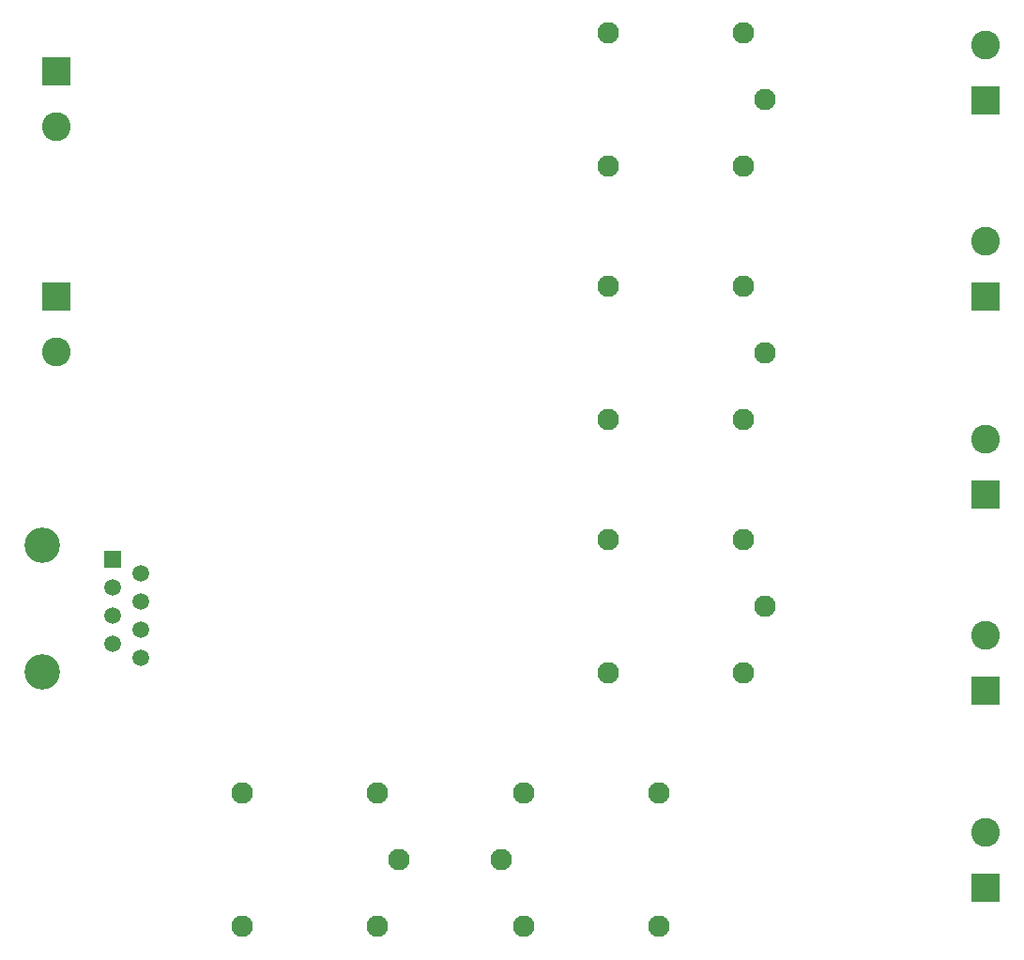
<source format=gbr>
%TF.GenerationSoftware,KiCad,Pcbnew,(6.0.8)*%
%TF.CreationDate,2022-11-07T17:30:20-05:00*%
%TF.ProjectId,Riego_potencia,52696567-6f5f-4706-9f74-656e6369612e,rev?*%
%TF.SameCoordinates,Original*%
%TF.FileFunction,Soldermask,Bot*%
%TF.FilePolarity,Negative*%
%FSLAX46Y46*%
G04 Gerber Fmt 4.6, Leading zero omitted, Abs format (unit mm)*
G04 Created by KiCad (PCBNEW (6.0.8)) date 2022-11-07 17:30:20*
%MOMM*%
%LPD*%
G01*
G04 APERTURE LIST*
%ADD10C,1.950000*%
%ADD11R,2.600000X2.600000*%
%ADD12C,2.600000*%
%ADD13C,3.200000*%
%ADD14R,1.500000X1.500000*%
%ADD15C,1.500000*%
G04 APERTURE END LIST*
D10*
%TO.C,K5*%
X57400000Y-100680000D03*
X57400000Y-112680000D03*
X71600000Y-106680000D03*
X69600000Y-100680000D03*
X69600000Y-112680000D03*
%TD*%
D11*
%TO.C,J4*%
X124460000Y-91440000D03*
D12*
X124460000Y-86440000D03*
%TD*%
D10*
%TO.C,K1*%
X90420000Y-32100000D03*
X90420000Y-44100000D03*
X104620000Y-38100000D03*
X102620000Y-32100000D03*
X102620000Y-44100000D03*
%TD*%
D11*
%TO.C,J5*%
X124460000Y-109220000D03*
D12*
X124460000Y-104220000D03*
%TD*%
D11*
%TO.C,Jent1*%
X40640000Y-55880000D03*
D12*
X40640000Y-60880000D03*
%TD*%
D13*
%TO.C,J45*%
X39390000Y-78267500D03*
X39390000Y-89697500D03*
D14*
X45740000Y-79537500D03*
D15*
X48280000Y-80807500D03*
X45740000Y-82077500D03*
X48280000Y-83347500D03*
X45740000Y-84617500D03*
X48280000Y-85887500D03*
X45740000Y-87157500D03*
X48280000Y-88427500D03*
%TD*%
D10*
%TO.C,K4*%
X95000000Y-112680000D03*
X95000000Y-100680000D03*
X80800000Y-106680000D03*
X82800000Y-112680000D03*
X82800000Y-100680000D03*
%TD*%
D11*
%TO.C,J3*%
X124460000Y-73740000D03*
D12*
X124460000Y-68740000D03*
%TD*%
D10*
%TO.C,K3*%
X90420000Y-77820000D03*
X90420000Y-89820000D03*
X104620000Y-83820000D03*
X102620000Y-77820000D03*
X102620000Y-89820000D03*
%TD*%
D11*
%TO.C,J2*%
X124460000Y-55880000D03*
D12*
X124460000Y-50880000D03*
%TD*%
D10*
%TO.C,K2*%
X90420000Y-54960000D03*
X90420000Y-66960000D03*
X104620000Y-60960000D03*
X102620000Y-54960000D03*
X102620000Y-66960000D03*
%TD*%
D11*
%TO.C,Jent2*%
X40640000Y-35560000D03*
D12*
X40640000Y-40560000D03*
%TD*%
D11*
%TO.C,J1*%
X124460000Y-38180000D03*
D12*
X124460000Y-33180000D03*
%TD*%
M02*

</source>
